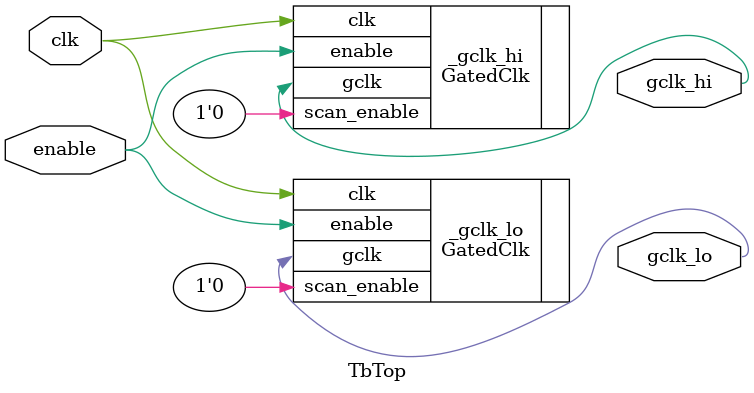
<source format=sv>
module TbTop (
    input  wire clk,
    input  wire enable,
    output wire gclk_lo,
    output wire gclk_hi
);

    GatedClk #(1) _gclk_lo(.clk, .enable, .scan_enable(1'b0), .gclk(gclk_lo));
    GatedClk #(0) _gclk_hi(.clk, .enable, .scan_enable(1'b0), .gclk(gclk_hi));

endmodule : TbTop

</source>
